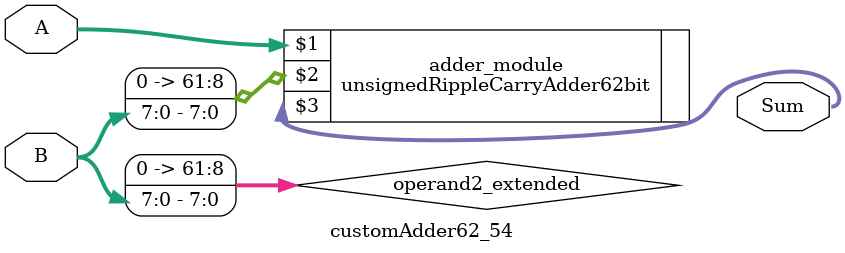
<source format=v>
module customAdder62_54(
                        input [61 : 0] A,
                        input [7 : 0] B,
                        
                        output [62 : 0] Sum
                );

        wire [61 : 0] operand2_extended;
        
        assign operand2_extended =  {54'b0, B};
        
        unsignedRippleCarryAdder62bit adder_module(
            A,
            operand2_extended,
            Sum
        );
        
        endmodule
        
</source>
